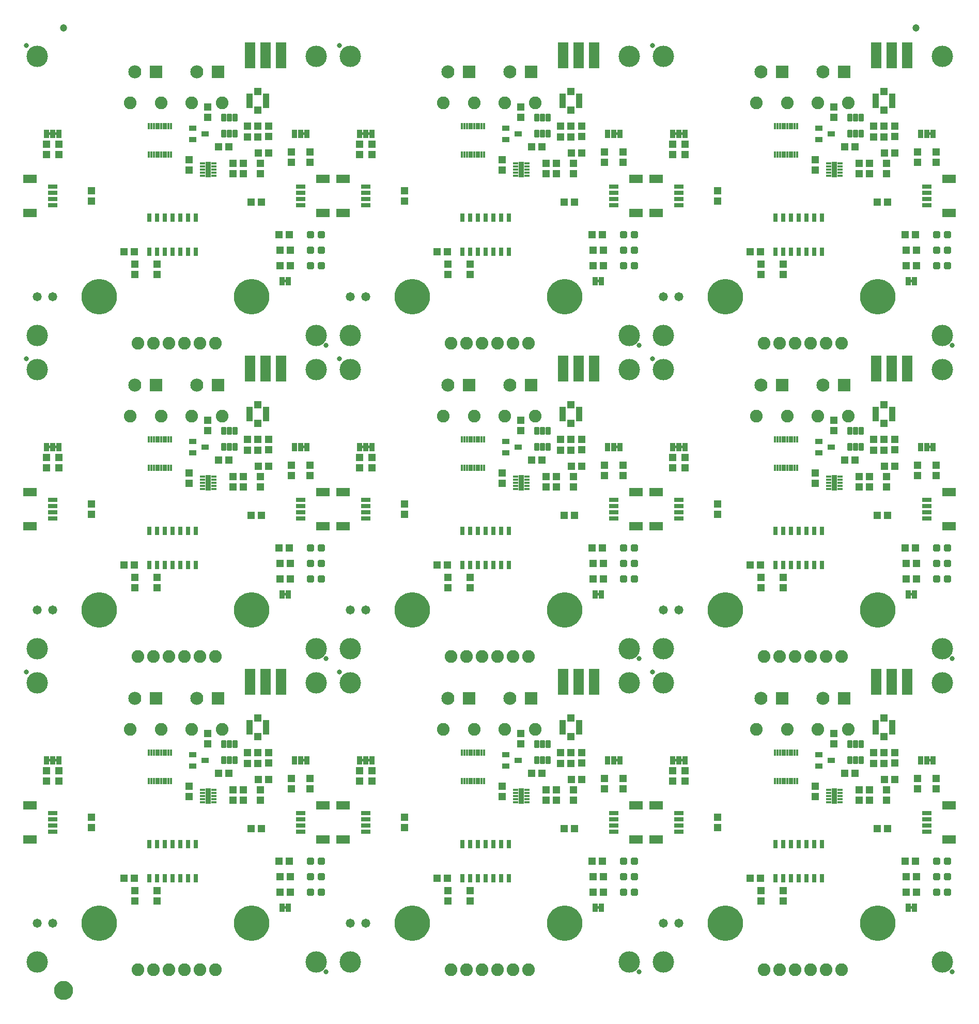
<source format=gts>
G75*
%MOIN*%
%OFA0B0*%
%FSLAX25Y25*%
%IPPOS*%
%LPD*%
%AMOC8*
5,1,8,0,0,1.08239X$1,22.5*
%
%ADD10C,0.13800*%
%ADD11C,0.03300*%
%ADD12R,0.08674X0.05524*%
%ADD13R,0.06115X0.03162*%
%ADD14C,0.08200*%
%ADD15R,0.05131X0.04737*%
%ADD16C,0.01990*%
%ADD17R,0.04737X0.05131*%
%ADD18R,0.03162X0.05524*%
%ADD19R,0.03300X0.05800*%
%ADD20C,0.00500*%
%ADD21C,0.08400*%
%ADD22R,0.08400X0.08400*%
%ADD23R,0.03600X0.01800*%
%ADD24R,0.03300X0.10200*%
%ADD25R,0.04146X0.09461*%
%ADD26R,0.04737X0.04934*%
%ADD27C,0.05800*%
%ADD28R,0.01706X0.04461*%
%ADD29C,0.22847*%
%ADD30C,0.01518*%
%ADD31R,0.05131X0.03359*%
%ADD32R,0.06706X0.16548*%
%ADD33C,0.04737*%
%ADD34C,0.05000*%
%ADD35C,0.06706*%
D10*
X0053342Y0038750D03*
X0233342Y0038750D03*
X0255342Y0038750D03*
X0435342Y0038750D03*
X0457342Y0038750D03*
X0637342Y0038750D03*
X0637342Y0218750D03*
X0637342Y0240750D03*
X0457342Y0240750D03*
X0435342Y0240750D03*
X0435342Y0218750D03*
X0457342Y0218750D03*
X0255342Y0218750D03*
X0255342Y0240750D03*
X0233342Y0240750D03*
X0233342Y0218750D03*
X0053342Y0218750D03*
X0053342Y0240750D03*
X0053342Y0420750D03*
X0053342Y0442750D03*
X0233342Y0442750D03*
X0255342Y0442750D03*
X0255342Y0420750D03*
X0233342Y0420750D03*
X0435342Y0420750D03*
X0457342Y0420750D03*
X0457342Y0442750D03*
X0435342Y0442750D03*
X0435342Y0622750D03*
X0457342Y0622750D03*
X0637342Y0622750D03*
X0637342Y0442750D03*
X0637342Y0420750D03*
X0255342Y0622750D03*
X0233342Y0622750D03*
X0053342Y0622750D03*
D11*
X0046342Y0629750D03*
X0248342Y0629750D03*
X0239842Y0436250D03*
X0248342Y0427750D03*
X0441842Y0436250D03*
X0450342Y0427750D03*
X0643842Y0436250D03*
X0450342Y0629750D03*
X0046342Y0427750D03*
X0239842Y0234250D03*
X0248342Y0225750D03*
X0441842Y0234250D03*
X0450342Y0225750D03*
X0643842Y0234250D03*
X0643842Y0032250D03*
X0441842Y0032250D03*
X0239842Y0032250D03*
X0046342Y0225750D03*
D12*
X0048873Y0139774D03*
X0048873Y0117726D03*
X0237810Y0117726D03*
X0250873Y0117726D03*
X0250873Y0139774D03*
X0237810Y0139774D03*
X0237810Y0319726D03*
X0250873Y0319726D03*
X0250873Y0341774D03*
X0237810Y0341774D03*
X0048873Y0341774D03*
X0048873Y0319726D03*
X0048873Y0521726D03*
X0048873Y0543774D03*
X0237810Y0543774D03*
X0250873Y0543774D03*
X0250873Y0521726D03*
X0237810Y0521726D03*
X0439810Y0521726D03*
X0452873Y0521726D03*
X0452873Y0543774D03*
X0439810Y0543774D03*
X0641810Y0543774D03*
X0641810Y0521726D03*
X0641810Y0341774D03*
X0641810Y0319726D03*
X0452873Y0319726D03*
X0439810Y0319726D03*
X0439810Y0341774D03*
X0452873Y0341774D03*
X0452873Y0139774D03*
X0439810Y0139774D03*
X0439810Y0117726D03*
X0452873Y0117726D03*
X0641810Y0117726D03*
X0641810Y0139774D03*
D13*
X0627342Y0134656D03*
X0627342Y0130719D03*
X0627342Y0126781D03*
X0627342Y0122844D03*
X0467342Y0122844D03*
X0467342Y0126781D03*
X0467342Y0130719D03*
X0467342Y0134656D03*
X0425342Y0134656D03*
X0425342Y0130719D03*
X0425342Y0126781D03*
X0425342Y0122844D03*
X0265342Y0122844D03*
X0265342Y0126781D03*
X0265342Y0130719D03*
X0265342Y0134656D03*
X0223342Y0134656D03*
X0223342Y0130719D03*
X0223342Y0126781D03*
X0223342Y0122844D03*
X0063342Y0122844D03*
X0063342Y0126781D03*
X0063342Y0130719D03*
X0063342Y0134656D03*
X0063342Y0324844D03*
X0063342Y0328781D03*
X0063342Y0332719D03*
X0063342Y0336656D03*
X0223342Y0336656D03*
X0223342Y0332719D03*
X0223342Y0328781D03*
X0223342Y0324844D03*
X0265342Y0324844D03*
X0265342Y0328781D03*
X0265342Y0332719D03*
X0265342Y0336656D03*
X0425342Y0336656D03*
X0425342Y0332719D03*
X0425342Y0328781D03*
X0425342Y0324844D03*
X0467342Y0324844D03*
X0467342Y0328781D03*
X0467342Y0332719D03*
X0467342Y0336656D03*
X0627342Y0336656D03*
X0627342Y0332719D03*
X0627342Y0328781D03*
X0627342Y0324844D03*
X0627342Y0526844D03*
X0627342Y0530781D03*
X0627342Y0534719D03*
X0627342Y0538656D03*
X0467342Y0538656D03*
X0467342Y0534719D03*
X0467342Y0530781D03*
X0467342Y0526844D03*
X0425342Y0526844D03*
X0425342Y0530781D03*
X0425342Y0534719D03*
X0425342Y0538656D03*
X0265342Y0538656D03*
X0265342Y0534719D03*
X0265342Y0530781D03*
X0265342Y0526844D03*
X0223342Y0526844D03*
X0223342Y0530781D03*
X0223342Y0534719D03*
X0223342Y0538656D03*
X0063342Y0538656D03*
X0063342Y0534719D03*
X0063342Y0530781D03*
X0063342Y0526844D03*
D14*
X0113592Y0592750D03*
X0133592Y0592750D03*
X0153092Y0592750D03*
X0172842Y0592750D03*
X0315592Y0592750D03*
X0335592Y0592750D03*
X0355092Y0592750D03*
X0374842Y0592750D03*
X0517592Y0592750D03*
X0537592Y0592750D03*
X0557092Y0592750D03*
X0576842Y0592750D03*
X0572342Y0437750D03*
X0562342Y0437750D03*
X0552342Y0437750D03*
X0542342Y0437750D03*
X0532342Y0437750D03*
X0522342Y0437750D03*
X0517592Y0390750D03*
X0537592Y0390750D03*
X0557092Y0390750D03*
X0576842Y0390750D03*
X0572342Y0235750D03*
X0562342Y0235750D03*
X0552342Y0235750D03*
X0542342Y0235750D03*
X0532342Y0235750D03*
X0522342Y0235750D03*
X0517592Y0188750D03*
X0537592Y0188750D03*
X0557092Y0188750D03*
X0576842Y0188750D03*
X0572342Y0033750D03*
X0562342Y0033750D03*
X0552342Y0033750D03*
X0542342Y0033750D03*
X0532342Y0033750D03*
X0522342Y0033750D03*
X0370342Y0033750D03*
X0360342Y0033750D03*
X0350342Y0033750D03*
X0340342Y0033750D03*
X0330342Y0033750D03*
X0320342Y0033750D03*
X0168342Y0033750D03*
X0158342Y0033750D03*
X0148342Y0033750D03*
X0138342Y0033750D03*
X0128342Y0033750D03*
X0118342Y0033750D03*
X0113592Y0188750D03*
X0133592Y0188750D03*
X0153092Y0188750D03*
X0172842Y0188750D03*
X0168342Y0235750D03*
X0158342Y0235750D03*
X0148342Y0235750D03*
X0138342Y0235750D03*
X0128342Y0235750D03*
X0118342Y0235750D03*
X0113592Y0390750D03*
X0133592Y0390750D03*
X0153092Y0390750D03*
X0172842Y0390750D03*
X0168342Y0437750D03*
X0158342Y0437750D03*
X0148342Y0437750D03*
X0138342Y0437750D03*
X0128342Y0437750D03*
X0118342Y0437750D03*
X0320342Y0437750D03*
X0330342Y0437750D03*
X0340342Y0437750D03*
X0350342Y0437750D03*
X0360342Y0437750D03*
X0370342Y0437750D03*
X0374842Y0390750D03*
X0355092Y0390750D03*
X0335592Y0390750D03*
X0315592Y0390750D03*
X0320342Y0235750D03*
X0330342Y0235750D03*
X0340342Y0235750D03*
X0350342Y0235750D03*
X0360342Y0235750D03*
X0370342Y0235750D03*
X0374842Y0188750D03*
X0355092Y0188750D03*
X0335592Y0188750D03*
X0315592Y0188750D03*
D15*
X0372495Y0160250D03*
X0379188Y0160250D03*
X0390995Y0166750D03*
X0397688Y0166750D03*
X0397688Y0173750D03*
X0390995Y0173750D03*
X0397995Y0156250D03*
X0404688Y0156250D03*
X0400188Y0124750D03*
X0393495Y0124750D03*
X0411495Y0103750D03*
X0418188Y0103750D03*
X0418688Y0093750D03*
X0411995Y0093750D03*
X0411995Y0083750D03*
X0418688Y0083750D03*
X0513495Y0092750D03*
X0520188Y0092750D03*
X0574495Y0160250D03*
X0581188Y0160250D03*
X0592995Y0166750D03*
X0599688Y0166750D03*
X0599688Y0173750D03*
X0592995Y0173750D03*
X0599995Y0156250D03*
X0606688Y0156250D03*
X0602188Y0124750D03*
X0595495Y0124750D03*
X0613495Y0103750D03*
X0620188Y0103750D03*
X0620688Y0093750D03*
X0613995Y0093750D03*
X0613995Y0083750D03*
X0620688Y0083750D03*
X0620688Y0285750D03*
X0613995Y0285750D03*
X0613995Y0295750D03*
X0620688Y0295750D03*
X0620188Y0305750D03*
X0613495Y0305750D03*
X0602188Y0326750D03*
X0595495Y0326750D03*
X0599995Y0358250D03*
X0606688Y0358250D03*
X0599688Y0368750D03*
X0592995Y0368750D03*
X0592995Y0375750D03*
X0599688Y0375750D03*
X0581188Y0362250D03*
X0574495Y0362250D03*
X0520188Y0294750D03*
X0513495Y0294750D03*
X0418688Y0295750D03*
X0411995Y0295750D03*
X0411495Y0305750D03*
X0418188Y0305750D03*
X0418688Y0285750D03*
X0411995Y0285750D03*
X0400188Y0326750D03*
X0393495Y0326750D03*
X0397995Y0358250D03*
X0404688Y0358250D03*
X0397688Y0368750D03*
X0390995Y0368750D03*
X0390995Y0375750D03*
X0397688Y0375750D03*
X0379188Y0362250D03*
X0372495Y0362250D03*
X0318188Y0294750D03*
X0311495Y0294750D03*
X0216688Y0295750D03*
X0209995Y0295750D03*
X0209495Y0305750D03*
X0216188Y0305750D03*
X0216688Y0285750D03*
X0209995Y0285750D03*
X0198188Y0326750D03*
X0191495Y0326750D03*
X0195995Y0358250D03*
X0202688Y0358250D03*
X0195688Y0368750D03*
X0188995Y0368750D03*
X0188995Y0375750D03*
X0195688Y0375750D03*
X0177188Y0362250D03*
X0170495Y0362250D03*
X0116188Y0294750D03*
X0109495Y0294750D03*
X0188995Y0173750D03*
X0195688Y0173750D03*
X0195688Y0166750D03*
X0188995Y0166750D03*
X0195995Y0156250D03*
X0202688Y0156250D03*
X0177188Y0160250D03*
X0170495Y0160250D03*
X0191495Y0124750D03*
X0198188Y0124750D03*
X0209495Y0103750D03*
X0216188Y0103750D03*
X0216688Y0093750D03*
X0209995Y0093750D03*
X0209995Y0083750D03*
X0216688Y0083750D03*
X0311495Y0092750D03*
X0318188Y0092750D03*
X0116188Y0092750D03*
X0109495Y0092750D03*
X0209995Y0487750D03*
X0216688Y0487750D03*
X0216688Y0497750D03*
X0209995Y0497750D03*
X0209495Y0507750D03*
X0216188Y0507750D03*
X0198188Y0528750D03*
X0191495Y0528750D03*
X0195995Y0560250D03*
X0202688Y0560250D03*
X0195688Y0570750D03*
X0188995Y0570750D03*
X0188995Y0577750D03*
X0195688Y0577750D03*
X0177188Y0564250D03*
X0170495Y0564250D03*
X0116188Y0496750D03*
X0109495Y0496750D03*
X0311495Y0496750D03*
X0318188Y0496750D03*
X0393495Y0528750D03*
X0400188Y0528750D03*
X0411495Y0507750D03*
X0418188Y0507750D03*
X0418688Y0497750D03*
X0411995Y0497750D03*
X0411995Y0487750D03*
X0418688Y0487750D03*
X0404688Y0560250D03*
X0397995Y0560250D03*
X0397688Y0570750D03*
X0390995Y0570750D03*
X0390995Y0577750D03*
X0397688Y0577750D03*
X0379188Y0564250D03*
X0372495Y0564250D03*
X0513495Y0496750D03*
X0520188Y0496750D03*
X0595495Y0528750D03*
X0602188Y0528750D03*
X0613495Y0507750D03*
X0620188Y0507750D03*
X0620688Y0497750D03*
X0613995Y0497750D03*
X0613995Y0487750D03*
X0620688Y0487750D03*
X0606688Y0560250D03*
X0599995Y0560250D03*
X0599688Y0570750D03*
X0592995Y0570750D03*
X0592995Y0577750D03*
X0599688Y0577750D03*
X0581188Y0564250D03*
X0574495Y0564250D03*
D16*
X0632516Y0509123D02*
X0632516Y0506377D01*
X0632516Y0509123D02*
X0635262Y0509123D01*
X0635262Y0506377D01*
X0632516Y0506377D01*
X0632516Y0508267D02*
X0635262Y0508267D01*
X0639422Y0509123D02*
X0639422Y0506377D01*
X0639422Y0509123D02*
X0642168Y0509123D01*
X0642168Y0506377D01*
X0639422Y0506377D01*
X0639422Y0508267D02*
X0642168Y0508267D01*
X0639422Y0499123D02*
X0639422Y0496377D01*
X0639422Y0499123D02*
X0642168Y0499123D01*
X0642168Y0496377D01*
X0639422Y0496377D01*
X0639422Y0498267D02*
X0642168Y0498267D01*
X0632516Y0499123D02*
X0632516Y0496377D01*
X0632516Y0499123D02*
X0635262Y0499123D01*
X0635262Y0496377D01*
X0632516Y0496377D01*
X0632516Y0498267D02*
X0635262Y0498267D01*
X0632516Y0489123D02*
X0632516Y0486377D01*
X0632516Y0489123D02*
X0635262Y0489123D01*
X0635262Y0486377D01*
X0632516Y0486377D01*
X0632516Y0488267D02*
X0635262Y0488267D01*
X0639422Y0489123D02*
X0639422Y0486377D01*
X0639422Y0489123D02*
X0642168Y0489123D01*
X0642168Y0486377D01*
X0639422Y0486377D01*
X0639422Y0488267D02*
X0642168Y0488267D01*
X0639422Y0307123D02*
X0639422Y0304377D01*
X0639422Y0307123D02*
X0642168Y0307123D01*
X0642168Y0304377D01*
X0639422Y0304377D01*
X0639422Y0306267D02*
X0642168Y0306267D01*
X0632516Y0307123D02*
X0632516Y0304377D01*
X0632516Y0307123D02*
X0635262Y0307123D01*
X0635262Y0304377D01*
X0632516Y0304377D01*
X0632516Y0306267D02*
X0635262Y0306267D01*
X0632516Y0297123D02*
X0632516Y0294377D01*
X0632516Y0297123D02*
X0635262Y0297123D01*
X0635262Y0294377D01*
X0632516Y0294377D01*
X0632516Y0296267D02*
X0635262Y0296267D01*
X0639422Y0297123D02*
X0639422Y0294377D01*
X0639422Y0297123D02*
X0642168Y0297123D01*
X0642168Y0294377D01*
X0639422Y0294377D01*
X0639422Y0296267D02*
X0642168Y0296267D01*
X0639422Y0287123D02*
X0639422Y0284377D01*
X0639422Y0287123D02*
X0642168Y0287123D01*
X0642168Y0284377D01*
X0639422Y0284377D01*
X0639422Y0286267D02*
X0642168Y0286267D01*
X0632516Y0287123D02*
X0632516Y0284377D01*
X0632516Y0287123D02*
X0635262Y0287123D01*
X0635262Y0284377D01*
X0632516Y0284377D01*
X0632516Y0286267D02*
X0635262Y0286267D01*
X0632516Y0105123D02*
X0632516Y0102377D01*
X0632516Y0105123D02*
X0635262Y0105123D01*
X0635262Y0102377D01*
X0632516Y0102377D01*
X0632516Y0104267D02*
X0635262Y0104267D01*
X0639422Y0105123D02*
X0639422Y0102377D01*
X0639422Y0105123D02*
X0642168Y0105123D01*
X0642168Y0102377D01*
X0639422Y0102377D01*
X0639422Y0104267D02*
X0642168Y0104267D01*
X0639422Y0095123D02*
X0639422Y0092377D01*
X0639422Y0095123D02*
X0642168Y0095123D01*
X0642168Y0092377D01*
X0639422Y0092377D01*
X0639422Y0094267D02*
X0642168Y0094267D01*
X0632516Y0095123D02*
X0632516Y0092377D01*
X0632516Y0095123D02*
X0635262Y0095123D01*
X0635262Y0092377D01*
X0632516Y0092377D01*
X0632516Y0094267D02*
X0635262Y0094267D01*
X0632516Y0085123D02*
X0632516Y0082377D01*
X0632516Y0085123D02*
X0635262Y0085123D01*
X0635262Y0082377D01*
X0632516Y0082377D01*
X0632516Y0084267D02*
X0635262Y0084267D01*
X0639422Y0085123D02*
X0639422Y0082377D01*
X0639422Y0085123D02*
X0642168Y0085123D01*
X0642168Y0082377D01*
X0639422Y0082377D01*
X0639422Y0084267D02*
X0642168Y0084267D01*
X0437422Y0085123D02*
X0437422Y0082377D01*
X0437422Y0085123D02*
X0440168Y0085123D01*
X0440168Y0082377D01*
X0437422Y0082377D01*
X0437422Y0084267D02*
X0440168Y0084267D01*
X0430516Y0085123D02*
X0430516Y0082377D01*
X0430516Y0085123D02*
X0433262Y0085123D01*
X0433262Y0082377D01*
X0430516Y0082377D01*
X0430516Y0084267D02*
X0433262Y0084267D01*
X0430516Y0092377D02*
X0430516Y0095123D01*
X0433262Y0095123D01*
X0433262Y0092377D01*
X0430516Y0092377D01*
X0430516Y0094267D02*
X0433262Y0094267D01*
X0437422Y0095123D02*
X0437422Y0092377D01*
X0437422Y0095123D02*
X0440168Y0095123D01*
X0440168Y0092377D01*
X0437422Y0092377D01*
X0437422Y0094267D02*
X0440168Y0094267D01*
X0437422Y0102377D02*
X0437422Y0105123D01*
X0440168Y0105123D01*
X0440168Y0102377D01*
X0437422Y0102377D01*
X0437422Y0104267D02*
X0440168Y0104267D01*
X0430516Y0105123D02*
X0430516Y0102377D01*
X0430516Y0105123D02*
X0433262Y0105123D01*
X0433262Y0102377D01*
X0430516Y0102377D01*
X0430516Y0104267D02*
X0433262Y0104267D01*
X0430516Y0284377D02*
X0430516Y0287123D01*
X0433262Y0287123D01*
X0433262Y0284377D01*
X0430516Y0284377D01*
X0430516Y0286267D02*
X0433262Y0286267D01*
X0437422Y0287123D02*
X0437422Y0284377D01*
X0437422Y0287123D02*
X0440168Y0287123D01*
X0440168Y0284377D01*
X0437422Y0284377D01*
X0437422Y0286267D02*
X0440168Y0286267D01*
X0437422Y0294377D02*
X0437422Y0297123D01*
X0440168Y0297123D01*
X0440168Y0294377D01*
X0437422Y0294377D01*
X0437422Y0296267D02*
X0440168Y0296267D01*
X0430516Y0297123D02*
X0430516Y0294377D01*
X0430516Y0297123D02*
X0433262Y0297123D01*
X0433262Y0294377D01*
X0430516Y0294377D01*
X0430516Y0296267D02*
X0433262Y0296267D01*
X0430516Y0304377D02*
X0430516Y0307123D01*
X0433262Y0307123D01*
X0433262Y0304377D01*
X0430516Y0304377D01*
X0430516Y0306267D02*
X0433262Y0306267D01*
X0437422Y0307123D02*
X0437422Y0304377D01*
X0437422Y0307123D02*
X0440168Y0307123D01*
X0440168Y0304377D01*
X0437422Y0304377D01*
X0437422Y0306267D02*
X0440168Y0306267D01*
X0437422Y0486377D02*
X0437422Y0489123D01*
X0440168Y0489123D01*
X0440168Y0486377D01*
X0437422Y0486377D01*
X0437422Y0488267D02*
X0440168Y0488267D01*
X0430516Y0489123D02*
X0430516Y0486377D01*
X0430516Y0489123D02*
X0433262Y0489123D01*
X0433262Y0486377D01*
X0430516Y0486377D01*
X0430516Y0488267D02*
X0433262Y0488267D01*
X0430516Y0496377D02*
X0430516Y0499123D01*
X0433262Y0499123D01*
X0433262Y0496377D01*
X0430516Y0496377D01*
X0430516Y0498267D02*
X0433262Y0498267D01*
X0437422Y0499123D02*
X0437422Y0496377D01*
X0437422Y0499123D02*
X0440168Y0499123D01*
X0440168Y0496377D01*
X0437422Y0496377D01*
X0437422Y0498267D02*
X0440168Y0498267D01*
X0437422Y0506377D02*
X0437422Y0509123D01*
X0440168Y0509123D01*
X0440168Y0506377D01*
X0437422Y0506377D01*
X0437422Y0508267D02*
X0440168Y0508267D01*
X0430516Y0509123D02*
X0430516Y0506377D01*
X0430516Y0509123D02*
X0433262Y0509123D01*
X0433262Y0506377D01*
X0430516Y0506377D01*
X0430516Y0508267D02*
X0433262Y0508267D01*
X0235422Y0509123D02*
X0235422Y0506377D01*
X0235422Y0509123D02*
X0238168Y0509123D01*
X0238168Y0506377D01*
X0235422Y0506377D01*
X0235422Y0508267D02*
X0238168Y0508267D01*
X0228516Y0509123D02*
X0228516Y0506377D01*
X0228516Y0509123D02*
X0231262Y0509123D01*
X0231262Y0506377D01*
X0228516Y0506377D01*
X0228516Y0508267D02*
X0231262Y0508267D01*
X0228516Y0499123D02*
X0228516Y0496377D01*
X0228516Y0499123D02*
X0231262Y0499123D01*
X0231262Y0496377D01*
X0228516Y0496377D01*
X0228516Y0498267D02*
X0231262Y0498267D01*
X0235422Y0499123D02*
X0235422Y0496377D01*
X0235422Y0499123D02*
X0238168Y0499123D01*
X0238168Y0496377D01*
X0235422Y0496377D01*
X0235422Y0498267D02*
X0238168Y0498267D01*
X0235422Y0489123D02*
X0235422Y0486377D01*
X0235422Y0489123D02*
X0238168Y0489123D01*
X0238168Y0486377D01*
X0235422Y0486377D01*
X0235422Y0488267D02*
X0238168Y0488267D01*
X0228516Y0489123D02*
X0228516Y0486377D01*
X0228516Y0489123D02*
X0231262Y0489123D01*
X0231262Y0486377D01*
X0228516Y0486377D01*
X0228516Y0488267D02*
X0231262Y0488267D01*
X0228516Y0307123D02*
X0228516Y0304377D01*
X0228516Y0307123D02*
X0231262Y0307123D01*
X0231262Y0304377D01*
X0228516Y0304377D01*
X0228516Y0306267D02*
X0231262Y0306267D01*
X0235422Y0307123D02*
X0235422Y0304377D01*
X0235422Y0307123D02*
X0238168Y0307123D01*
X0238168Y0304377D01*
X0235422Y0304377D01*
X0235422Y0306267D02*
X0238168Y0306267D01*
X0235422Y0297123D02*
X0235422Y0294377D01*
X0235422Y0297123D02*
X0238168Y0297123D01*
X0238168Y0294377D01*
X0235422Y0294377D01*
X0235422Y0296267D02*
X0238168Y0296267D01*
X0228516Y0297123D02*
X0228516Y0294377D01*
X0228516Y0297123D02*
X0231262Y0297123D01*
X0231262Y0294377D01*
X0228516Y0294377D01*
X0228516Y0296267D02*
X0231262Y0296267D01*
X0228516Y0287123D02*
X0228516Y0284377D01*
X0228516Y0287123D02*
X0231262Y0287123D01*
X0231262Y0284377D01*
X0228516Y0284377D01*
X0228516Y0286267D02*
X0231262Y0286267D01*
X0235422Y0287123D02*
X0235422Y0284377D01*
X0235422Y0287123D02*
X0238168Y0287123D01*
X0238168Y0284377D01*
X0235422Y0284377D01*
X0235422Y0286267D02*
X0238168Y0286267D01*
X0235422Y0105123D02*
X0235422Y0102377D01*
X0235422Y0105123D02*
X0238168Y0105123D01*
X0238168Y0102377D01*
X0235422Y0102377D01*
X0235422Y0104267D02*
X0238168Y0104267D01*
X0228516Y0105123D02*
X0228516Y0102377D01*
X0228516Y0105123D02*
X0231262Y0105123D01*
X0231262Y0102377D01*
X0228516Y0102377D01*
X0228516Y0104267D02*
X0231262Y0104267D01*
X0228516Y0095123D02*
X0228516Y0092377D01*
X0228516Y0095123D02*
X0231262Y0095123D01*
X0231262Y0092377D01*
X0228516Y0092377D01*
X0228516Y0094267D02*
X0231262Y0094267D01*
X0235422Y0095123D02*
X0235422Y0092377D01*
X0235422Y0095123D02*
X0238168Y0095123D01*
X0238168Y0092377D01*
X0235422Y0092377D01*
X0235422Y0094267D02*
X0238168Y0094267D01*
X0235422Y0085123D02*
X0235422Y0082377D01*
X0235422Y0085123D02*
X0238168Y0085123D01*
X0238168Y0082377D01*
X0235422Y0082377D01*
X0235422Y0084267D02*
X0238168Y0084267D01*
X0228516Y0085123D02*
X0228516Y0082377D01*
X0228516Y0085123D02*
X0231262Y0085123D01*
X0231262Y0082377D01*
X0228516Y0082377D01*
X0228516Y0084267D02*
X0231262Y0084267D01*
D17*
X0197342Y0142904D03*
X0197342Y0149596D03*
X0186342Y0149596D03*
X0179842Y0149596D03*
X0179842Y0142904D03*
X0186342Y0142904D03*
X0202842Y0166904D03*
X0202842Y0173596D03*
X0217342Y0157096D03*
X0217342Y0150404D03*
X0229342Y0150404D03*
X0229342Y0157096D03*
X0261342Y0155404D03*
X0261342Y0162096D03*
X0269342Y0162096D03*
X0269342Y0155404D03*
X0290342Y0132096D03*
X0290342Y0125404D03*
X0318342Y0084596D03*
X0318342Y0077904D03*
X0332842Y0077904D03*
X0332842Y0084596D03*
X0353342Y0145404D03*
X0353342Y0152096D03*
X0381842Y0149596D03*
X0388342Y0149596D03*
X0388342Y0142904D03*
X0381842Y0142904D03*
X0399342Y0142904D03*
X0399342Y0149596D03*
X0404842Y0166904D03*
X0404842Y0173596D03*
X0419342Y0157096D03*
X0419342Y0150404D03*
X0431342Y0150404D03*
X0431342Y0157096D03*
X0463342Y0155404D03*
X0463342Y0162096D03*
X0471342Y0162096D03*
X0471342Y0155404D03*
X0492342Y0132096D03*
X0492342Y0125404D03*
X0520342Y0084596D03*
X0520342Y0077904D03*
X0534842Y0077904D03*
X0534842Y0084596D03*
X0555342Y0145404D03*
X0555342Y0152096D03*
X0583842Y0149596D03*
X0590342Y0149596D03*
X0590342Y0142904D03*
X0583842Y0142904D03*
X0601342Y0142904D03*
X0601342Y0149596D03*
X0606842Y0166904D03*
X0606842Y0173596D03*
X0621342Y0157096D03*
X0621342Y0150404D03*
X0633342Y0150404D03*
X0633342Y0157096D03*
X0567342Y0179404D03*
X0567342Y0186096D03*
X0534842Y0279904D03*
X0534842Y0286596D03*
X0520342Y0286596D03*
X0520342Y0279904D03*
X0492342Y0327404D03*
X0492342Y0334096D03*
X0471342Y0357404D03*
X0471342Y0364096D03*
X0463342Y0364096D03*
X0463342Y0357404D03*
X0431342Y0359096D03*
X0431342Y0352404D03*
X0419342Y0352404D03*
X0419342Y0359096D03*
X0404842Y0368904D03*
X0404842Y0375596D03*
X0399342Y0351596D03*
X0399342Y0344904D03*
X0388342Y0344904D03*
X0381842Y0344904D03*
X0381842Y0351596D03*
X0388342Y0351596D03*
X0353342Y0354096D03*
X0353342Y0347404D03*
X0365342Y0381404D03*
X0365342Y0388096D03*
X0290342Y0334096D03*
X0290342Y0327404D03*
X0269342Y0357404D03*
X0269342Y0364096D03*
X0261342Y0364096D03*
X0261342Y0357404D03*
X0229342Y0359096D03*
X0229342Y0352404D03*
X0217342Y0352404D03*
X0217342Y0359096D03*
X0202842Y0368904D03*
X0202842Y0375596D03*
X0197342Y0351596D03*
X0197342Y0344904D03*
X0186342Y0344904D03*
X0179842Y0344904D03*
X0179842Y0351596D03*
X0186342Y0351596D03*
X0151342Y0354096D03*
X0151342Y0347404D03*
X0163342Y0381404D03*
X0163342Y0388096D03*
X0088342Y0334096D03*
X0088342Y0327404D03*
X0067342Y0357404D03*
X0067342Y0364096D03*
X0059342Y0364096D03*
X0059342Y0357404D03*
X0116342Y0286596D03*
X0116342Y0279904D03*
X0130842Y0279904D03*
X0130842Y0286596D03*
X0163342Y0186096D03*
X0163342Y0179404D03*
X0151342Y0152096D03*
X0151342Y0145404D03*
X0130842Y0084596D03*
X0130842Y0077904D03*
X0116342Y0077904D03*
X0116342Y0084596D03*
X0088342Y0125404D03*
X0088342Y0132096D03*
X0067342Y0155404D03*
X0067342Y0162096D03*
X0059342Y0162096D03*
X0059342Y0155404D03*
X0318342Y0279904D03*
X0318342Y0286596D03*
X0332842Y0286596D03*
X0332842Y0279904D03*
X0365342Y0186096D03*
X0365342Y0179404D03*
X0555342Y0347404D03*
X0555342Y0354096D03*
X0583842Y0351596D03*
X0590342Y0351596D03*
X0590342Y0344904D03*
X0583842Y0344904D03*
X0601342Y0344904D03*
X0601342Y0351596D03*
X0606842Y0368904D03*
X0606842Y0375596D03*
X0621342Y0359096D03*
X0621342Y0352404D03*
X0633342Y0352404D03*
X0633342Y0359096D03*
X0567342Y0381404D03*
X0567342Y0388096D03*
X0534842Y0481904D03*
X0534842Y0488596D03*
X0520342Y0488596D03*
X0520342Y0481904D03*
X0492342Y0529404D03*
X0492342Y0536096D03*
X0471342Y0559404D03*
X0471342Y0566096D03*
X0463342Y0566096D03*
X0463342Y0559404D03*
X0431342Y0561096D03*
X0431342Y0554404D03*
X0419342Y0554404D03*
X0419342Y0561096D03*
X0404842Y0570904D03*
X0404842Y0577596D03*
X0399342Y0553596D03*
X0399342Y0546904D03*
X0388342Y0546904D03*
X0381842Y0546904D03*
X0381842Y0553596D03*
X0388342Y0553596D03*
X0353342Y0556096D03*
X0353342Y0549404D03*
X0365342Y0583404D03*
X0365342Y0590096D03*
X0290342Y0536096D03*
X0290342Y0529404D03*
X0269342Y0559404D03*
X0269342Y0566096D03*
X0261342Y0566096D03*
X0261342Y0559404D03*
X0229342Y0561096D03*
X0229342Y0554404D03*
X0217342Y0554404D03*
X0217342Y0561096D03*
X0202842Y0570904D03*
X0202842Y0577596D03*
X0197342Y0553596D03*
X0197342Y0546904D03*
X0186342Y0546904D03*
X0179842Y0546904D03*
X0179842Y0553596D03*
X0186342Y0553596D03*
X0151342Y0556096D03*
X0151342Y0549404D03*
X0163342Y0583404D03*
X0163342Y0590096D03*
X0088342Y0536096D03*
X0088342Y0529404D03*
X0067342Y0559404D03*
X0067342Y0566096D03*
X0059342Y0566096D03*
X0059342Y0559404D03*
X0116342Y0488596D03*
X0116342Y0481904D03*
X0130842Y0481904D03*
X0130842Y0488596D03*
X0318342Y0488596D03*
X0318342Y0481904D03*
X0332842Y0481904D03*
X0332842Y0488596D03*
X0555342Y0549404D03*
X0555342Y0556096D03*
X0583842Y0553596D03*
X0590342Y0553596D03*
X0590342Y0546904D03*
X0583842Y0546904D03*
X0601342Y0546904D03*
X0601342Y0553596D03*
X0621342Y0554404D03*
X0621342Y0561096D03*
X0633342Y0561096D03*
X0633342Y0554404D03*
X0606842Y0570904D03*
X0606842Y0577596D03*
X0567342Y0583404D03*
X0567342Y0590096D03*
D18*
X0559842Y0518774D03*
X0554842Y0518774D03*
X0549842Y0518774D03*
X0544842Y0518774D03*
X0539842Y0518774D03*
X0534842Y0518774D03*
X0529842Y0518774D03*
X0529842Y0496726D03*
X0534842Y0496726D03*
X0539842Y0496726D03*
X0544842Y0496726D03*
X0549842Y0496726D03*
X0554842Y0496726D03*
X0559842Y0496726D03*
X0559842Y0316774D03*
X0554842Y0316774D03*
X0549842Y0316774D03*
X0544842Y0316774D03*
X0539842Y0316774D03*
X0534842Y0316774D03*
X0529842Y0316774D03*
X0529842Y0294726D03*
X0534842Y0294726D03*
X0539842Y0294726D03*
X0544842Y0294726D03*
X0549842Y0294726D03*
X0554842Y0294726D03*
X0559842Y0294726D03*
X0559842Y0114774D03*
X0554842Y0114774D03*
X0549842Y0114774D03*
X0544842Y0114774D03*
X0539842Y0114774D03*
X0534842Y0114774D03*
X0529842Y0114774D03*
X0529842Y0092726D03*
X0534842Y0092726D03*
X0539842Y0092726D03*
X0544842Y0092726D03*
X0549842Y0092726D03*
X0554842Y0092726D03*
X0559842Y0092726D03*
X0357842Y0092726D03*
X0352842Y0092726D03*
X0347842Y0092726D03*
X0342842Y0092726D03*
X0337842Y0092726D03*
X0332842Y0092726D03*
X0327842Y0092726D03*
X0327842Y0114774D03*
X0332842Y0114774D03*
X0337842Y0114774D03*
X0342842Y0114774D03*
X0347842Y0114774D03*
X0352842Y0114774D03*
X0357842Y0114774D03*
X0357842Y0294726D03*
X0352842Y0294726D03*
X0347842Y0294726D03*
X0342842Y0294726D03*
X0337842Y0294726D03*
X0332842Y0294726D03*
X0327842Y0294726D03*
X0327842Y0316774D03*
X0332842Y0316774D03*
X0337842Y0316774D03*
X0342842Y0316774D03*
X0347842Y0316774D03*
X0352842Y0316774D03*
X0357842Y0316774D03*
X0357842Y0496726D03*
X0352842Y0496726D03*
X0347842Y0496726D03*
X0342842Y0496726D03*
X0337842Y0496726D03*
X0332842Y0496726D03*
X0327842Y0496726D03*
X0327842Y0518774D03*
X0332842Y0518774D03*
X0337842Y0518774D03*
X0342842Y0518774D03*
X0347842Y0518774D03*
X0352842Y0518774D03*
X0357842Y0518774D03*
X0155842Y0518774D03*
X0150842Y0518774D03*
X0145842Y0518774D03*
X0140842Y0518774D03*
X0135842Y0518774D03*
X0130842Y0518774D03*
X0125842Y0518774D03*
X0125842Y0496726D03*
X0130842Y0496726D03*
X0135842Y0496726D03*
X0140842Y0496726D03*
X0145842Y0496726D03*
X0150842Y0496726D03*
X0155842Y0496726D03*
X0155842Y0316774D03*
X0150842Y0316774D03*
X0145842Y0316774D03*
X0140842Y0316774D03*
X0135842Y0316774D03*
X0130842Y0316774D03*
X0125842Y0316774D03*
X0125842Y0294726D03*
X0130842Y0294726D03*
X0135842Y0294726D03*
X0140842Y0294726D03*
X0145842Y0294726D03*
X0150842Y0294726D03*
X0155842Y0294726D03*
X0155842Y0114774D03*
X0150842Y0114774D03*
X0145842Y0114774D03*
X0140842Y0114774D03*
X0135842Y0114774D03*
X0130842Y0114774D03*
X0125842Y0114774D03*
X0125842Y0092726D03*
X0130842Y0092726D03*
X0135842Y0092726D03*
X0140842Y0092726D03*
X0145842Y0092726D03*
X0150842Y0092726D03*
X0155842Y0092726D03*
D19*
X0211342Y0073750D03*
X0215342Y0073750D03*
X0219342Y0168750D03*
X0223342Y0168750D03*
X0227342Y0168750D03*
X0261342Y0168750D03*
X0265342Y0168750D03*
X0269342Y0168750D03*
X0215342Y0275750D03*
X0211342Y0275750D03*
X0219342Y0370750D03*
X0223342Y0370750D03*
X0227342Y0370750D03*
X0261342Y0370750D03*
X0265342Y0370750D03*
X0269342Y0370750D03*
X0215342Y0477750D03*
X0211342Y0477750D03*
X0219342Y0572750D03*
X0223342Y0572750D03*
X0227342Y0572750D03*
X0261342Y0572750D03*
X0265342Y0572750D03*
X0269342Y0572750D03*
X0413342Y0477750D03*
X0417342Y0477750D03*
X0421342Y0572750D03*
X0425342Y0572750D03*
X0429342Y0572750D03*
X0463342Y0572750D03*
X0467342Y0572750D03*
X0471342Y0572750D03*
X0615342Y0477750D03*
X0619342Y0477750D03*
X0623342Y0572750D03*
X0627342Y0572750D03*
X0631342Y0572750D03*
X0631342Y0370750D03*
X0627342Y0370750D03*
X0623342Y0370750D03*
X0619342Y0275750D03*
X0615342Y0275750D03*
X0623342Y0168750D03*
X0627342Y0168750D03*
X0631342Y0168750D03*
X0619342Y0073750D03*
X0615342Y0073750D03*
X0471342Y0168750D03*
X0467342Y0168750D03*
X0463342Y0168750D03*
X0429342Y0168750D03*
X0425342Y0168750D03*
X0421342Y0168750D03*
X0417342Y0073750D03*
X0413342Y0073750D03*
X0413342Y0275750D03*
X0417342Y0275750D03*
X0421342Y0370750D03*
X0425342Y0370750D03*
X0429342Y0370750D03*
X0463342Y0370750D03*
X0467342Y0370750D03*
X0471342Y0370750D03*
X0067342Y0370750D03*
X0063342Y0370750D03*
X0059342Y0370750D03*
X0059342Y0168750D03*
X0063342Y0168750D03*
X0067342Y0168750D03*
X0067342Y0572750D03*
X0063342Y0572750D03*
X0059342Y0572750D03*
D20*
X0060592Y0572626D02*
X0062092Y0572626D01*
X0062092Y0572250D02*
X0062092Y0573250D01*
X0060592Y0573250D01*
X0060592Y0572250D01*
X0062092Y0572250D01*
X0062092Y0573124D02*
X0060592Y0573124D01*
X0064592Y0573124D02*
X0066092Y0573124D01*
X0066092Y0573250D02*
X0066092Y0572250D01*
X0064592Y0572250D01*
X0064592Y0573250D01*
X0066092Y0573250D01*
X0066092Y0572626D02*
X0064592Y0572626D01*
X0212592Y0478250D02*
X0212592Y0477250D01*
X0214092Y0477250D01*
X0214092Y0478250D01*
X0212592Y0478250D01*
X0212592Y0477909D02*
X0214092Y0477909D01*
X0214092Y0477410D02*
X0212592Y0477410D01*
X0224592Y0572250D02*
X0224592Y0573250D01*
X0226092Y0573250D01*
X0226092Y0572250D01*
X0224592Y0572250D01*
X0224592Y0572626D02*
X0226092Y0572626D01*
X0226092Y0573124D02*
X0224592Y0573124D01*
X0262592Y0573124D02*
X0264092Y0573124D01*
X0264092Y0573250D02*
X0264092Y0572250D01*
X0262592Y0572250D01*
X0262592Y0573250D01*
X0264092Y0573250D01*
X0264092Y0572626D02*
X0262592Y0572626D01*
X0266592Y0572626D02*
X0268092Y0572626D01*
X0268092Y0572250D02*
X0268092Y0573250D01*
X0266592Y0573250D01*
X0266592Y0572250D01*
X0268092Y0572250D01*
X0268092Y0573124D02*
X0266592Y0573124D01*
X0414592Y0478250D02*
X0414592Y0477250D01*
X0416092Y0477250D01*
X0416092Y0478250D01*
X0414592Y0478250D01*
X0414592Y0477909D02*
X0416092Y0477909D01*
X0416092Y0477410D02*
X0414592Y0477410D01*
X0426592Y0572250D02*
X0426592Y0573250D01*
X0428092Y0573250D01*
X0428092Y0572250D01*
X0426592Y0572250D01*
X0426592Y0572626D02*
X0428092Y0572626D01*
X0428092Y0573124D02*
X0426592Y0573124D01*
X0464592Y0573124D02*
X0466092Y0573124D01*
X0466092Y0573250D02*
X0466092Y0572250D01*
X0464592Y0572250D01*
X0464592Y0573250D01*
X0466092Y0573250D01*
X0466092Y0572626D02*
X0464592Y0572626D01*
X0468592Y0572626D02*
X0470092Y0572626D01*
X0470092Y0572250D02*
X0470092Y0573250D01*
X0468592Y0573250D01*
X0468592Y0572250D01*
X0470092Y0572250D01*
X0470092Y0573124D02*
X0468592Y0573124D01*
X0616592Y0478250D02*
X0616592Y0477250D01*
X0618092Y0477250D01*
X0618092Y0478250D01*
X0616592Y0478250D01*
X0616592Y0477909D02*
X0618092Y0477909D01*
X0618092Y0477410D02*
X0616592Y0477410D01*
X0628592Y0572250D02*
X0628592Y0573250D01*
X0630092Y0573250D01*
X0630092Y0572250D01*
X0628592Y0572250D01*
X0628592Y0572626D02*
X0630092Y0572626D01*
X0630092Y0573124D02*
X0628592Y0573124D01*
X0628592Y0371250D02*
X0628592Y0370250D01*
X0630092Y0370250D01*
X0630092Y0371250D01*
X0628592Y0371250D01*
X0628592Y0371227D02*
X0630092Y0371227D01*
X0630092Y0370729D02*
X0628592Y0370729D01*
X0618092Y0276250D02*
X0618092Y0275250D01*
X0616592Y0275250D01*
X0616592Y0276250D01*
X0618092Y0276250D01*
X0618092Y0276012D02*
X0616592Y0276012D01*
X0616592Y0275513D02*
X0618092Y0275513D01*
X0628592Y0169250D02*
X0628592Y0168250D01*
X0630092Y0168250D01*
X0630092Y0169250D01*
X0628592Y0169250D01*
X0628592Y0168832D02*
X0630092Y0168832D01*
X0630092Y0168333D02*
X0628592Y0168333D01*
X0618092Y0074250D02*
X0618092Y0073250D01*
X0616592Y0073250D01*
X0616592Y0074250D01*
X0618092Y0074250D01*
X0618092Y0074115D02*
X0616592Y0074115D01*
X0616592Y0073616D02*
X0618092Y0073616D01*
X0470092Y0168250D02*
X0470092Y0169250D01*
X0468592Y0169250D01*
X0468592Y0168250D01*
X0470092Y0168250D01*
X0470092Y0168333D02*
X0468592Y0168333D01*
X0468592Y0168832D02*
X0470092Y0168832D01*
X0466092Y0168832D02*
X0464592Y0168832D01*
X0464592Y0169250D02*
X0466092Y0169250D01*
X0466092Y0168250D01*
X0464592Y0168250D01*
X0464592Y0169250D01*
X0464592Y0168333D02*
X0466092Y0168333D01*
X0428092Y0168333D02*
X0426592Y0168333D01*
X0426592Y0168250D02*
X0426592Y0169250D01*
X0428092Y0169250D01*
X0428092Y0168250D01*
X0426592Y0168250D01*
X0426592Y0168832D02*
X0428092Y0168832D01*
X0416092Y0074250D02*
X0416092Y0073250D01*
X0414592Y0073250D01*
X0414592Y0074250D01*
X0416092Y0074250D01*
X0416092Y0074115D02*
X0414592Y0074115D01*
X0414592Y0073616D02*
X0416092Y0073616D01*
X0268092Y0168250D02*
X0268092Y0169250D01*
X0266592Y0169250D01*
X0266592Y0168250D01*
X0268092Y0168250D01*
X0268092Y0168333D02*
X0266592Y0168333D01*
X0266592Y0168832D02*
X0268092Y0168832D01*
X0264092Y0168832D02*
X0262592Y0168832D01*
X0262592Y0169250D02*
X0264092Y0169250D01*
X0264092Y0168250D01*
X0262592Y0168250D01*
X0262592Y0169250D01*
X0262592Y0168333D02*
X0264092Y0168333D01*
X0226092Y0168333D02*
X0224592Y0168333D01*
X0224592Y0168250D02*
X0224592Y0169250D01*
X0226092Y0169250D01*
X0226092Y0168250D01*
X0224592Y0168250D01*
X0224592Y0168832D02*
X0226092Y0168832D01*
X0214092Y0074250D02*
X0214092Y0073250D01*
X0212592Y0073250D01*
X0212592Y0074250D01*
X0214092Y0074250D01*
X0214092Y0074115D02*
X0212592Y0074115D01*
X0212592Y0073616D02*
X0214092Y0073616D01*
X0066092Y0168250D02*
X0066092Y0169250D01*
X0064592Y0169250D01*
X0064592Y0168250D01*
X0066092Y0168250D01*
X0066092Y0168333D02*
X0064592Y0168333D01*
X0064592Y0168832D02*
X0066092Y0168832D01*
X0062092Y0168832D02*
X0060592Y0168832D01*
X0060592Y0169250D02*
X0062092Y0169250D01*
X0062092Y0168250D01*
X0060592Y0168250D01*
X0060592Y0169250D01*
X0060592Y0168333D02*
X0062092Y0168333D01*
X0212592Y0275250D02*
X0212592Y0276250D01*
X0214092Y0276250D01*
X0214092Y0275250D01*
X0212592Y0275250D01*
X0212592Y0275513D02*
X0214092Y0275513D01*
X0214092Y0276012D02*
X0212592Y0276012D01*
X0224592Y0370250D02*
X0224592Y0371250D01*
X0226092Y0371250D01*
X0226092Y0370250D01*
X0224592Y0370250D01*
X0224592Y0370729D02*
X0226092Y0370729D01*
X0226092Y0371227D02*
X0224592Y0371227D01*
X0262592Y0371227D02*
X0264092Y0371227D01*
X0264092Y0371250D02*
X0264092Y0370250D01*
X0262592Y0370250D01*
X0262592Y0371250D01*
X0264092Y0371250D01*
X0264092Y0370729D02*
X0262592Y0370729D01*
X0266592Y0370729D02*
X0268092Y0370729D01*
X0268092Y0370250D02*
X0268092Y0371250D01*
X0266592Y0371250D01*
X0266592Y0370250D01*
X0268092Y0370250D01*
X0268092Y0371227D02*
X0266592Y0371227D01*
X0414592Y0276250D02*
X0414592Y0275250D01*
X0416092Y0275250D01*
X0416092Y0276250D01*
X0414592Y0276250D01*
X0414592Y0276012D02*
X0416092Y0276012D01*
X0416092Y0275513D02*
X0414592Y0275513D01*
X0426592Y0370250D02*
X0426592Y0371250D01*
X0428092Y0371250D01*
X0428092Y0370250D01*
X0426592Y0370250D01*
X0426592Y0370729D02*
X0428092Y0370729D01*
X0428092Y0371227D02*
X0426592Y0371227D01*
X0464592Y0371227D02*
X0466092Y0371227D01*
X0466092Y0371250D02*
X0466092Y0370250D01*
X0464592Y0370250D01*
X0464592Y0371250D01*
X0466092Y0371250D01*
X0466092Y0370729D02*
X0464592Y0370729D01*
X0468592Y0370729D02*
X0470092Y0370729D01*
X0470092Y0370250D02*
X0470092Y0371250D01*
X0468592Y0371250D01*
X0468592Y0370250D01*
X0470092Y0370250D01*
X0470092Y0371227D02*
X0468592Y0371227D01*
X0066092Y0371227D02*
X0064592Y0371227D01*
X0064592Y0371250D02*
X0066092Y0371250D01*
X0066092Y0370250D01*
X0064592Y0370250D01*
X0064592Y0371250D01*
X0064592Y0370729D02*
X0066092Y0370729D01*
X0062092Y0370729D02*
X0060592Y0370729D01*
X0060592Y0370250D02*
X0060592Y0371250D01*
X0062092Y0371250D01*
X0062092Y0370250D01*
X0060592Y0370250D01*
X0060592Y0371227D02*
X0062092Y0371227D01*
D21*
X0116452Y0410750D03*
X0156452Y0410750D03*
X0318452Y0410750D03*
X0358452Y0410750D03*
X0520452Y0410750D03*
X0560452Y0410750D03*
X0560452Y0208750D03*
X0520452Y0208750D03*
X0358452Y0208750D03*
X0318452Y0208750D03*
X0156452Y0208750D03*
X0116452Y0208750D03*
X0116452Y0612750D03*
X0156452Y0612750D03*
X0318452Y0612750D03*
X0358452Y0612750D03*
X0520452Y0612750D03*
X0560452Y0612750D03*
D22*
X0574232Y0612750D03*
X0534232Y0612750D03*
X0372232Y0612750D03*
X0332232Y0612750D03*
X0170232Y0612750D03*
X0130232Y0612750D03*
X0130232Y0410750D03*
X0170232Y0410750D03*
X0332232Y0410750D03*
X0372232Y0410750D03*
X0534232Y0410750D03*
X0574232Y0410750D03*
X0574232Y0208750D03*
X0534232Y0208750D03*
X0372232Y0208750D03*
X0332232Y0208750D03*
X0170232Y0208750D03*
X0130232Y0208750D03*
D23*
X0160142Y0149650D03*
X0160142Y0147750D03*
X0160142Y0145750D03*
X0160142Y0143750D03*
X0160142Y0141850D03*
X0167542Y0141850D03*
X0167542Y0143750D03*
X0167542Y0145750D03*
X0167542Y0147750D03*
X0167542Y0149650D03*
X0362142Y0149650D03*
X0362142Y0147750D03*
X0362142Y0145750D03*
X0362142Y0143750D03*
X0362142Y0141850D03*
X0369542Y0141850D03*
X0369542Y0143750D03*
X0369542Y0145750D03*
X0369542Y0147750D03*
X0369542Y0149650D03*
X0564142Y0149650D03*
X0564142Y0147750D03*
X0564142Y0145750D03*
X0564142Y0143750D03*
X0564142Y0141850D03*
X0571542Y0141850D03*
X0571542Y0143750D03*
X0571542Y0145750D03*
X0571542Y0147750D03*
X0571542Y0149650D03*
X0571542Y0343850D03*
X0571542Y0345750D03*
X0571542Y0347750D03*
X0571542Y0349750D03*
X0571542Y0351650D03*
X0564142Y0351650D03*
X0564142Y0349750D03*
X0564142Y0347750D03*
X0564142Y0345750D03*
X0564142Y0343850D03*
X0369542Y0343850D03*
X0369542Y0345750D03*
X0369542Y0347750D03*
X0369542Y0349750D03*
X0369542Y0351650D03*
X0362142Y0351650D03*
X0362142Y0349750D03*
X0362142Y0347750D03*
X0362142Y0345750D03*
X0362142Y0343850D03*
X0167542Y0343850D03*
X0167542Y0345750D03*
X0167542Y0347750D03*
X0167542Y0349750D03*
X0167542Y0351650D03*
X0160142Y0351650D03*
X0160142Y0349750D03*
X0160142Y0347750D03*
X0160142Y0345750D03*
X0160142Y0343850D03*
X0160142Y0545850D03*
X0160142Y0547750D03*
X0160142Y0549750D03*
X0160142Y0551750D03*
X0160142Y0553650D03*
X0167542Y0553650D03*
X0167542Y0551750D03*
X0167542Y0549750D03*
X0167542Y0547750D03*
X0167542Y0545850D03*
X0362142Y0545850D03*
X0362142Y0547750D03*
X0362142Y0549750D03*
X0362142Y0551750D03*
X0362142Y0553650D03*
X0369542Y0553650D03*
X0369542Y0551750D03*
X0369542Y0549750D03*
X0369542Y0547750D03*
X0369542Y0545850D03*
X0564142Y0545850D03*
X0564142Y0547750D03*
X0564142Y0549750D03*
X0564142Y0551750D03*
X0564142Y0553650D03*
X0571542Y0553650D03*
X0571542Y0551750D03*
X0571542Y0549750D03*
X0571542Y0547750D03*
X0571542Y0545850D03*
D24*
X0567842Y0549750D03*
X0365842Y0549750D03*
X0163842Y0549750D03*
X0163842Y0347750D03*
X0365842Y0347750D03*
X0567842Y0347750D03*
X0567842Y0145750D03*
X0365842Y0145750D03*
X0163842Y0145750D03*
D25*
X0190428Y0190010D03*
X0201255Y0190010D03*
X0392428Y0190010D03*
X0403255Y0190010D03*
X0594428Y0190010D03*
X0605255Y0190010D03*
X0605255Y0392010D03*
X0594428Y0392010D03*
X0403255Y0392010D03*
X0392428Y0392010D03*
X0201255Y0392010D03*
X0190428Y0392010D03*
X0190428Y0594010D03*
X0201255Y0594010D03*
X0392428Y0594010D03*
X0403255Y0594010D03*
X0594428Y0594010D03*
X0605255Y0594010D03*
D26*
X0599842Y0588006D03*
X0599842Y0600014D03*
X0397842Y0600014D03*
X0397842Y0588006D03*
X0397842Y0398014D03*
X0397842Y0386006D03*
X0599842Y0386006D03*
X0599842Y0398014D03*
X0599842Y0196014D03*
X0599842Y0184006D03*
X0397842Y0184006D03*
X0397842Y0196014D03*
X0195842Y0196014D03*
X0195842Y0184006D03*
X0195842Y0386006D03*
X0195842Y0398014D03*
X0195842Y0588006D03*
X0195842Y0600014D03*
D27*
X0255342Y0467750D03*
X0265342Y0467750D03*
X0457342Y0467750D03*
X0467342Y0467750D03*
X0467342Y0265750D03*
X0457342Y0265750D03*
X0265342Y0265750D03*
X0255342Y0265750D03*
X0063342Y0265750D03*
X0053342Y0265750D03*
X0053342Y0063750D03*
X0063342Y0063750D03*
X0255342Y0063750D03*
X0265342Y0063750D03*
X0457342Y0063750D03*
X0467342Y0063750D03*
X0063342Y0467750D03*
X0053342Y0467750D03*
D28*
X0125625Y0559344D03*
X0127200Y0559344D03*
X0128775Y0559344D03*
X0130350Y0559344D03*
X0131924Y0559344D03*
X0133499Y0559344D03*
X0135074Y0559344D03*
X0136649Y0559344D03*
X0138224Y0559344D03*
X0139798Y0559344D03*
X0139798Y0577730D03*
X0138224Y0577730D03*
X0136649Y0577730D03*
X0135074Y0577730D03*
X0133499Y0577730D03*
X0131924Y0577730D03*
X0130350Y0577730D03*
X0128775Y0577730D03*
X0127200Y0577730D03*
X0125625Y0577730D03*
X0327625Y0577730D03*
X0329200Y0577730D03*
X0330775Y0577730D03*
X0332350Y0577730D03*
X0333924Y0577730D03*
X0335499Y0577730D03*
X0337074Y0577730D03*
X0338649Y0577730D03*
X0340224Y0577730D03*
X0341798Y0577730D03*
X0341798Y0559344D03*
X0340224Y0559344D03*
X0338649Y0559344D03*
X0337074Y0559344D03*
X0335499Y0559344D03*
X0333924Y0559344D03*
X0332350Y0559344D03*
X0330775Y0559344D03*
X0329200Y0559344D03*
X0327625Y0559344D03*
X0327625Y0375730D03*
X0329200Y0375730D03*
X0330775Y0375730D03*
X0332350Y0375730D03*
X0333924Y0375730D03*
X0335499Y0375730D03*
X0337074Y0375730D03*
X0338649Y0375730D03*
X0340224Y0375730D03*
X0341798Y0375730D03*
X0341798Y0357344D03*
X0340224Y0357344D03*
X0338649Y0357344D03*
X0337074Y0357344D03*
X0335499Y0357344D03*
X0333924Y0357344D03*
X0332350Y0357344D03*
X0330775Y0357344D03*
X0329200Y0357344D03*
X0327625Y0357344D03*
X0139798Y0357344D03*
X0138224Y0357344D03*
X0136649Y0357344D03*
X0135074Y0357344D03*
X0133499Y0357344D03*
X0131924Y0357344D03*
X0130350Y0357344D03*
X0128775Y0357344D03*
X0127200Y0357344D03*
X0125625Y0357344D03*
X0125625Y0375730D03*
X0127200Y0375730D03*
X0128775Y0375730D03*
X0130350Y0375730D03*
X0131924Y0375730D03*
X0133499Y0375730D03*
X0135074Y0375730D03*
X0136649Y0375730D03*
X0138224Y0375730D03*
X0139798Y0375730D03*
X0139798Y0173730D03*
X0138224Y0173730D03*
X0136649Y0173730D03*
X0135074Y0173730D03*
X0133499Y0173730D03*
X0131924Y0173730D03*
X0130350Y0173730D03*
X0128775Y0173730D03*
X0127200Y0173730D03*
X0125625Y0173730D03*
X0125625Y0155344D03*
X0127200Y0155344D03*
X0128775Y0155344D03*
X0130350Y0155344D03*
X0131924Y0155344D03*
X0133499Y0155344D03*
X0135074Y0155344D03*
X0136649Y0155344D03*
X0138224Y0155344D03*
X0139798Y0155344D03*
X0327625Y0155344D03*
X0329200Y0155344D03*
X0330775Y0155344D03*
X0332350Y0155344D03*
X0333924Y0155344D03*
X0335499Y0155344D03*
X0337074Y0155344D03*
X0338649Y0155344D03*
X0340224Y0155344D03*
X0341798Y0155344D03*
X0341798Y0173730D03*
X0340224Y0173730D03*
X0338649Y0173730D03*
X0337074Y0173730D03*
X0335499Y0173730D03*
X0333924Y0173730D03*
X0332350Y0173730D03*
X0330775Y0173730D03*
X0329200Y0173730D03*
X0327625Y0173730D03*
X0529625Y0173730D03*
X0531200Y0173730D03*
X0532775Y0173730D03*
X0534350Y0173730D03*
X0535924Y0173730D03*
X0537499Y0173730D03*
X0539074Y0173730D03*
X0540649Y0173730D03*
X0542224Y0173730D03*
X0543798Y0173730D03*
X0543798Y0155344D03*
X0542224Y0155344D03*
X0540649Y0155344D03*
X0539074Y0155344D03*
X0537499Y0155344D03*
X0535924Y0155344D03*
X0534350Y0155344D03*
X0532775Y0155344D03*
X0531200Y0155344D03*
X0529625Y0155344D03*
X0529625Y0357344D03*
X0531200Y0357344D03*
X0532775Y0357344D03*
X0534350Y0357344D03*
X0535924Y0357344D03*
X0537499Y0357344D03*
X0539074Y0357344D03*
X0540649Y0357344D03*
X0542224Y0357344D03*
X0543798Y0357344D03*
X0543798Y0375730D03*
X0542224Y0375730D03*
X0540649Y0375730D03*
X0539074Y0375730D03*
X0537499Y0375730D03*
X0535924Y0375730D03*
X0534350Y0375730D03*
X0532775Y0375730D03*
X0531200Y0375730D03*
X0529625Y0375730D03*
X0529625Y0559344D03*
X0531200Y0559344D03*
X0532775Y0559344D03*
X0534350Y0559344D03*
X0535924Y0559344D03*
X0537499Y0559344D03*
X0539074Y0559344D03*
X0540649Y0559344D03*
X0542224Y0559344D03*
X0543798Y0559344D03*
X0543798Y0577730D03*
X0542224Y0577730D03*
X0540649Y0577730D03*
X0539074Y0577730D03*
X0537499Y0577730D03*
X0535924Y0577730D03*
X0534350Y0577730D03*
X0532775Y0577730D03*
X0531200Y0577730D03*
X0529625Y0577730D03*
D29*
X0497342Y0467750D03*
X0595767Y0467750D03*
X0393767Y0467750D03*
X0295342Y0467750D03*
X0191767Y0467750D03*
X0093342Y0467750D03*
X0093342Y0265750D03*
X0191767Y0265750D03*
X0295342Y0265750D03*
X0393767Y0265750D03*
X0497342Y0265750D03*
X0595767Y0265750D03*
X0595767Y0063750D03*
X0497342Y0063750D03*
X0393767Y0063750D03*
X0295342Y0063750D03*
X0191767Y0063750D03*
X0093342Y0063750D03*
D30*
X0174424Y0167424D02*
X0174424Y0170840D01*
X0174424Y0167424D02*
X0172780Y0167424D01*
X0172780Y0170840D01*
X0174424Y0170840D01*
X0174424Y0168866D02*
X0172780Y0168866D01*
X0172780Y0170308D02*
X0174424Y0170308D01*
X0178164Y0170840D02*
X0178164Y0167424D01*
X0176520Y0167424D01*
X0176520Y0170840D01*
X0178164Y0170840D01*
X0178164Y0168866D02*
X0176520Y0168866D01*
X0176520Y0170308D02*
X0178164Y0170308D01*
X0181904Y0170840D02*
X0181904Y0167424D01*
X0180260Y0167424D01*
X0180260Y0170840D01*
X0181904Y0170840D01*
X0181904Y0168866D02*
X0180260Y0168866D01*
X0180260Y0170308D02*
X0181904Y0170308D01*
X0181904Y0177660D02*
X0181904Y0181076D01*
X0181904Y0177660D02*
X0180260Y0177660D01*
X0180260Y0181076D01*
X0181904Y0181076D01*
X0181904Y0179102D02*
X0180260Y0179102D01*
X0180260Y0180544D02*
X0181904Y0180544D01*
X0178164Y0181076D02*
X0178164Y0177660D01*
X0176520Y0177660D01*
X0176520Y0181076D01*
X0178164Y0181076D01*
X0178164Y0179102D02*
X0176520Y0179102D01*
X0176520Y0180544D02*
X0178164Y0180544D01*
X0174424Y0181076D02*
X0174424Y0177660D01*
X0172780Y0177660D01*
X0172780Y0181076D01*
X0174424Y0181076D01*
X0174424Y0179102D02*
X0172780Y0179102D01*
X0172780Y0180544D02*
X0174424Y0180544D01*
X0174424Y0369424D02*
X0174424Y0372840D01*
X0174424Y0369424D02*
X0172780Y0369424D01*
X0172780Y0372840D01*
X0174424Y0372840D01*
X0174424Y0370866D02*
X0172780Y0370866D01*
X0172780Y0372308D02*
X0174424Y0372308D01*
X0178164Y0372840D02*
X0178164Y0369424D01*
X0176520Y0369424D01*
X0176520Y0372840D01*
X0178164Y0372840D01*
X0178164Y0370866D02*
X0176520Y0370866D01*
X0176520Y0372308D02*
X0178164Y0372308D01*
X0181904Y0372840D02*
X0181904Y0369424D01*
X0180260Y0369424D01*
X0180260Y0372840D01*
X0181904Y0372840D01*
X0181904Y0370866D02*
X0180260Y0370866D01*
X0180260Y0372308D02*
X0181904Y0372308D01*
X0181904Y0379660D02*
X0181904Y0383076D01*
X0181904Y0379660D02*
X0180260Y0379660D01*
X0180260Y0383076D01*
X0181904Y0383076D01*
X0181904Y0381102D02*
X0180260Y0381102D01*
X0180260Y0382544D02*
X0181904Y0382544D01*
X0178164Y0383076D02*
X0178164Y0379660D01*
X0176520Y0379660D01*
X0176520Y0383076D01*
X0178164Y0383076D01*
X0178164Y0381102D02*
X0176520Y0381102D01*
X0176520Y0382544D02*
X0178164Y0382544D01*
X0174424Y0383076D02*
X0174424Y0379660D01*
X0172780Y0379660D01*
X0172780Y0383076D01*
X0174424Y0383076D01*
X0174424Y0381102D02*
X0172780Y0381102D01*
X0172780Y0382544D02*
X0174424Y0382544D01*
X0174424Y0571424D02*
X0174424Y0574840D01*
X0174424Y0571424D02*
X0172780Y0571424D01*
X0172780Y0574840D01*
X0174424Y0574840D01*
X0174424Y0572866D02*
X0172780Y0572866D01*
X0172780Y0574308D02*
X0174424Y0574308D01*
X0178164Y0574840D02*
X0178164Y0571424D01*
X0176520Y0571424D01*
X0176520Y0574840D01*
X0178164Y0574840D01*
X0178164Y0572866D02*
X0176520Y0572866D01*
X0176520Y0574308D02*
X0178164Y0574308D01*
X0181904Y0574840D02*
X0181904Y0571424D01*
X0180260Y0571424D01*
X0180260Y0574840D01*
X0181904Y0574840D01*
X0181904Y0572866D02*
X0180260Y0572866D01*
X0180260Y0574308D02*
X0181904Y0574308D01*
X0181904Y0581660D02*
X0181904Y0585076D01*
X0181904Y0581660D02*
X0180260Y0581660D01*
X0180260Y0585076D01*
X0181904Y0585076D01*
X0181904Y0583102D02*
X0180260Y0583102D01*
X0180260Y0584544D02*
X0181904Y0584544D01*
X0178164Y0585076D02*
X0178164Y0581660D01*
X0176520Y0581660D01*
X0176520Y0585076D01*
X0178164Y0585076D01*
X0178164Y0583102D02*
X0176520Y0583102D01*
X0176520Y0584544D02*
X0178164Y0584544D01*
X0174424Y0585076D02*
X0174424Y0581660D01*
X0172780Y0581660D01*
X0172780Y0585076D01*
X0174424Y0585076D01*
X0174424Y0583102D02*
X0172780Y0583102D01*
X0172780Y0584544D02*
X0174424Y0584544D01*
X0376424Y0585076D02*
X0376424Y0581660D01*
X0374780Y0581660D01*
X0374780Y0585076D01*
X0376424Y0585076D01*
X0376424Y0583102D02*
X0374780Y0583102D01*
X0374780Y0584544D02*
X0376424Y0584544D01*
X0380164Y0585076D02*
X0380164Y0581660D01*
X0378520Y0581660D01*
X0378520Y0585076D01*
X0380164Y0585076D01*
X0380164Y0583102D02*
X0378520Y0583102D01*
X0378520Y0584544D02*
X0380164Y0584544D01*
X0383904Y0585076D02*
X0383904Y0581660D01*
X0382260Y0581660D01*
X0382260Y0585076D01*
X0383904Y0585076D01*
X0383904Y0583102D02*
X0382260Y0583102D01*
X0382260Y0584544D02*
X0383904Y0584544D01*
X0383904Y0574840D02*
X0383904Y0571424D01*
X0382260Y0571424D01*
X0382260Y0574840D01*
X0383904Y0574840D01*
X0383904Y0572866D02*
X0382260Y0572866D01*
X0382260Y0574308D02*
X0383904Y0574308D01*
X0380164Y0574840D02*
X0380164Y0571424D01*
X0378520Y0571424D01*
X0378520Y0574840D01*
X0380164Y0574840D01*
X0380164Y0572866D02*
X0378520Y0572866D01*
X0378520Y0574308D02*
X0380164Y0574308D01*
X0376424Y0574840D02*
X0376424Y0571424D01*
X0374780Y0571424D01*
X0374780Y0574840D01*
X0376424Y0574840D01*
X0376424Y0572866D02*
X0374780Y0572866D01*
X0374780Y0574308D02*
X0376424Y0574308D01*
X0578424Y0574840D02*
X0578424Y0571424D01*
X0576780Y0571424D01*
X0576780Y0574840D01*
X0578424Y0574840D01*
X0578424Y0572866D02*
X0576780Y0572866D01*
X0576780Y0574308D02*
X0578424Y0574308D01*
X0582164Y0574840D02*
X0582164Y0571424D01*
X0580520Y0571424D01*
X0580520Y0574840D01*
X0582164Y0574840D01*
X0582164Y0572866D02*
X0580520Y0572866D01*
X0580520Y0574308D02*
X0582164Y0574308D01*
X0585904Y0574840D02*
X0585904Y0571424D01*
X0584260Y0571424D01*
X0584260Y0574840D01*
X0585904Y0574840D01*
X0585904Y0572866D02*
X0584260Y0572866D01*
X0584260Y0574308D02*
X0585904Y0574308D01*
X0585904Y0581660D02*
X0585904Y0585076D01*
X0585904Y0581660D02*
X0584260Y0581660D01*
X0584260Y0585076D01*
X0585904Y0585076D01*
X0585904Y0583102D02*
X0584260Y0583102D01*
X0584260Y0584544D02*
X0585904Y0584544D01*
X0582164Y0585076D02*
X0582164Y0581660D01*
X0580520Y0581660D01*
X0580520Y0585076D01*
X0582164Y0585076D01*
X0582164Y0583102D02*
X0580520Y0583102D01*
X0580520Y0584544D02*
X0582164Y0584544D01*
X0578424Y0585076D02*
X0578424Y0581660D01*
X0576780Y0581660D01*
X0576780Y0585076D01*
X0578424Y0585076D01*
X0578424Y0583102D02*
X0576780Y0583102D01*
X0576780Y0584544D02*
X0578424Y0584544D01*
X0578424Y0383076D02*
X0578424Y0379660D01*
X0576780Y0379660D01*
X0576780Y0383076D01*
X0578424Y0383076D01*
X0578424Y0381102D02*
X0576780Y0381102D01*
X0576780Y0382544D02*
X0578424Y0382544D01*
X0582164Y0383076D02*
X0582164Y0379660D01*
X0580520Y0379660D01*
X0580520Y0383076D01*
X0582164Y0383076D01*
X0582164Y0381102D02*
X0580520Y0381102D01*
X0580520Y0382544D02*
X0582164Y0382544D01*
X0585904Y0383076D02*
X0585904Y0379660D01*
X0584260Y0379660D01*
X0584260Y0383076D01*
X0585904Y0383076D01*
X0585904Y0381102D02*
X0584260Y0381102D01*
X0584260Y0382544D02*
X0585904Y0382544D01*
X0585904Y0372840D02*
X0585904Y0369424D01*
X0584260Y0369424D01*
X0584260Y0372840D01*
X0585904Y0372840D01*
X0585904Y0370866D02*
X0584260Y0370866D01*
X0584260Y0372308D02*
X0585904Y0372308D01*
X0582164Y0372840D02*
X0582164Y0369424D01*
X0580520Y0369424D01*
X0580520Y0372840D01*
X0582164Y0372840D01*
X0582164Y0370866D02*
X0580520Y0370866D01*
X0580520Y0372308D02*
X0582164Y0372308D01*
X0578424Y0372840D02*
X0578424Y0369424D01*
X0576780Y0369424D01*
X0576780Y0372840D01*
X0578424Y0372840D01*
X0578424Y0370866D02*
X0576780Y0370866D01*
X0576780Y0372308D02*
X0578424Y0372308D01*
X0383904Y0372840D02*
X0383904Y0369424D01*
X0382260Y0369424D01*
X0382260Y0372840D01*
X0383904Y0372840D01*
X0383904Y0370866D02*
X0382260Y0370866D01*
X0382260Y0372308D02*
X0383904Y0372308D01*
X0380164Y0372840D02*
X0380164Y0369424D01*
X0378520Y0369424D01*
X0378520Y0372840D01*
X0380164Y0372840D01*
X0380164Y0370866D02*
X0378520Y0370866D01*
X0378520Y0372308D02*
X0380164Y0372308D01*
X0376424Y0372840D02*
X0376424Y0369424D01*
X0374780Y0369424D01*
X0374780Y0372840D01*
X0376424Y0372840D01*
X0376424Y0370866D02*
X0374780Y0370866D01*
X0374780Y0372308D02*
X0376424Y0372308D01*
X0376424Y0379660D02*
X0376424Y0383076D01*
X0376424Y0379660D02*
X0374780Y0379660D01*
X0374780Y0383076D01*
X0376424Y0383076D01*
X0376424Y0381102D02*
X0374780Y0381102D01*
X0374780Y0382544D02*
X0376424Y0382544D01*
X0380164Y0383076D02*
X0380164Y0379660D01*
X0378520Y0379660D01*
X0378520Y0383076D01*
X0380164Y0383076D01*
X0380164Y0381102D02*
X0378520Y0381102D01*
X0378520Y0382544D02*
X0380164Y0382544D01*
X0383904Y0383076D02*
X0383904Y0379660D01*
X0382260Y0379660D01*
X0382260Y0383076D01*
X0383904Y0383076D01*
X0383904Y0381102D02*
X0382260Y0381102D01*
X0382260Y0382544D02*
X0383904Y0382544D01*
X0383904Y0181076D02*
X0383904Y0177660D01*
X0382260Y0177660D01*
X0382260Y0181076D01*
X0383904Y0181076D01*
X0383904Y0179102D02*
X0382260Y0179102D01*
X0382260Y0180544D02*
X0383904Y0180544D01*
X0380164Y0181076D02*
X0380164Y0177660D01*
X0378520Y0177660D01*
X0378520Y0181076D01*
X0380164Y0181076D01*
X0380164Y0179102D02*
X0378520Y0179102D01*
X0378520Y0180544D02*
X0380164Y0180544D01*
X0376424Y0181076D02*
X0376424Y0177660D01*
X0374780Y0177660D01*
X0374780Y0181076D01*
X0376424Y0181076D01*
X0376424Y0179102D02*
X0374780Y0179102D01*
X0374780Y0180544D02*
X0376424Y0180544D01*
X0376424Y0170840D02*
X0376424Y0167424D01*
X0374780Y0167424D01*
X0374780Y0170840D01*
X0376424Y0170840D01*
X0376424Y0168866D02*
X0374780Y0168866D01*
X0374780Y0170308D02*
X0376424Y0170308D01*
X0380164Y0170840D02*
X0380164Y0167424D01*
X0378520Y0167424D01*
X0378520Y0170840D01*
X0380164Y0170840D01*
X0380164Y0168866D02*
X0378520Y0168866D01*
X0378520Y0170308D02*
X0380164Y0170308D01*
X0383904Y0170840D02*
X0383904Y0167424D01*
X0382260Y0167424D01*
X0382260Y0170840D01*
X0383904Y0170840D01*
X0383904Y0168866D02*
X0382260Y0168866D01*
X0382260Y0170308D02*
X0383904Y0170308D01*
X0578424Y0170840D02*
X0578424Y0167424D01*
X0576780Y0167424D01*
X0576780Y0170840D01*
X0578424Y0170840D01*
X0578424Y0168866D02*
X0576780Y0168866D01*
X0576780Y0170308D02*
X0578424Y0170308D01*
X0582164Y0170840D02*
X0582164Y0167424D01*
X0580520Y0167424D01*
X0580520Y0170840D01*
X0582164Y0170840D01*
X0582164Y0168866D02*
X0580520Y0168866D01*
X0580520Y0170308D02*
X0582164Y0170308D01*
X0585904Y0170840D02*
X0585904Y0167424D01*
X0584260Y0167424D01*
X0584260Y0170840D01*
X0585904Y0170840D01*
X0585904Y0168866D02*
X0584260Y0168866D01*
X0584260Y0170308D02*
X0585904Y0170308D01*
X0585904Y0177660D02*
X0585904Y0181076D01*
X0585904Y0177660D02*
X0584260Y0177660D01*
X0584260Y0181076D01*
X0585904Y0181076D01*
X0585904Y0179102D02*
X0584260Y0179102D01*
X0584260Y0180544D02*
X0585904Y0180544D01*
X0582164Y0181076D02*
X0582164Y0177660D01*
X0580520Y0177660D01*
X0580520Y0181076D01*
X0582164Y0181076D01*
X0582164Y0179102D02*
X0580520Y0179102D01*
X0580520Y0180544D02*
X0582164Y0180544D01*
X0578424Y0181076D02*
X0578424Y0177660D01*
X0576780Y0177660D01*
X0576780Y0181076D01*
X0578424Y0181076D01*
X0578424Y0179102D02*
X0576780Y0179102D01*
X0576780Y0180544D02*
X0578424Y0180544D01*
D31*
X0565976Y0168750D03*
X0557708Y0164970D03*
X0557708Y0172530D03*
X0363976Y0168750D03*
X0355708Y0164970D03*
X0355708Y0172530D03*
X0161976Y0168750D03*
X0153708Y0164970D03*
X0153708Y0172530D03*
X0153708Y0366970D03*
X0153708Y0374530D03*
X0161976Y0370750D03*
X0355708Y0366970D03*
X0355708Y0374530D03*
X0363976Y0370750D03*
X0557708Y0366970D03*
X0557708Y0374530D03*
X0565976Y0370750D03*
X0557708Y0568970D03*
X0557708Y0576530D03*
X0565976Y0572750D03*
X0363976Y0572750D03*
X0355708Y0576530D03*
X0355708Y0568970D03*
X0161976Y0572750D03*
X0153708Y0576530D03*
X0153708Y0568970D03*
D32*
X0190842Y0623250D03*
X0200842Y0623250D03*
X0210842Y0623250D03*
X0392842Y0623250D03*
X0402842Y0623250D03*
X0412842Y0623250D03*
X0594842Y0623250D03*
X0604842Y0623250D03*
X0614842Y0623250D03*
X0614842Y0421250D03*
X0604842Y0421250D03*
X0594842Y0421250D03*
X0412842Y0421250D03*
X0402842Y0421250D03*
X0392842Y0421250D03*
X0210842Y0421250D03*
X0200842Y0421250D03*
X0190842Y0421250D03*
X0190842Y0219250D03*
X0200842Y0219250D03*
X0210842Y0219250D03*
X0392842Y0219250D03*
X0402842Y0219250D03*
X0412842Y0219250D03*
X0594842Y0219250D03*
X0604842Y0219250D03*
X0614842Y0219250D03*
D33*
X0620342Y0641000D03*
X0070342Y0641000D03*
D34*
X0066777Y0020500D02*
X0066779Y0020619D01*
X0066785Y0020738D01*
X0066795Y0020857D01*
X0066809Y0020975D01*
X0066827Y0021093D01*
X0066848Y0021210D01*
X0066874Y0021326D01*
X0066904Y0021442D01*
X0066937Y0021556D01*
X0066974Y0021669D01*
X0067015Y0021781D01*
X0067060Y0021892D01*
X0067108Y0022001D01*
X0067160Y0022108D01*
X0067216Y0022213D01*
X0067275Y0022317D01*
X0067337Y0022418D01*
X0067403Y0022518D01*
X0067472Y0022615D01*
X0067544Y0022709D01*
X0067620Y0022802D01*
X0067698Y0022891D01*
X0067779Y0022978D01*
X0067864Y0023063D01*
X0067951Y0023144D01*
X0068040Y0023222D01*
X0068133Y0023298D01*
X0068227Y0023370D01*
X0068324Y0023439D01*
X0068424Y0023505D01*
X0068525Y0023567D01*
X0068629Y0023626D01*
X0068734Y0023682D01*
X0068841Y0023734D01*
X0068950Y0023782D01*
X0069061Y0023827D01*
X0069173Y0023868D01*
X0069286Y0023905D01*
X0069400Y0023938D01*
X0069516Y0023968D01*
X0069632Y0023994D01*
X0069749Y0024015D01*
X0069867Y0024033D01*
X0069985Y0024047D01*
X0070104Y0024057D01*
X0070223Y0024063D01*
X0070342Y0024065D01*
X0070461Y0024063D01*
X0070580Y0024057D01*
X0070699Y0024047D01*
X0070817Y0024033D01*
X0070935Y0024015D01*
X0071052Y0023994D01*
X0071168Y0023968D01*
X0071284Y0023938D01*
X0071398Y0023905D01*
X0071511Y0023868D01*
X0071623Y0023827D01*
X0071734Y0023782D01*
X0071843Y0023734D01*
X0071950Y0023682D01*
X0072055Y0023626D01*
X0072159Y0023567D01*
X0072260Y0023505D01*
X0072360Y0023439D01*
X0072457Y0023370D01*
X0072551Y0023298D01*
X0072644Y0023222D01*
X0072733Y0023144D01*
X0072820Y0023063D01*
X0072905Y0022978D01*
X0072986Y0022891D01*
X0073064Y0022802D01*
X0073140Y0022709D01*
X0073212Y0022615D01*
X0073281Y0022518D01*
X0073347Y0022418D01*
X0073409Y0022317D01*
X0073468Y0022213D01*
X0073524Y0022108D01*
X0073576Y0022001D01*
X0073624Y0021892D01*
X0073669Y0021781D01*
X0073710Y0021669D01*
X0073747Y0021556D01*
X0073780Y0021442D01*
X0073810Y0021326D01*
X0073836Y0021210D01*
X0073857Y0021093D01*
X0073875Y0020975D01*
X0073889Y0020857D01*
X0073899Y0020738D01*
X0073905Y0020619D01*
X0073907Y0020500D01*
X0073905Y0020381D01*
X0073899Y0020262D01*
X0073889Y0020143D01*
X0073875Y0020025D01*
X0073857Y0019907D01*
X0073836Y0019790D01*
X0073810Y0019674D01*
X0073780Y0019558D01*
X0073747Y0019444D01*
X0073710Y0019331D01*
X0073669Y0019219D01*
X0073624Y0019108D01*
X0073576Y0018999D01*
X0073524Y0018892D01*
X0073468Y0018787D01*
X0073409Y0018683D01*
X0073347Y0018582D01*
X0073281Y0018482D01*
X0073212Y0018385D01*
X0073140Y0018291D01*
X0073064Y0018198D01*
X0072986Y0018109D01*
X0072905Y0018022D01*
X0072820Y0017937D01*
X0072733Y0017856D01*
X0072644Y0017778D01*
X0072551Y0017702D01*
X0072457Y0017630D01*
X0072360Y0017561D01*
X0072260Y0017495D01*
X0072159Y0017433D01*
X0072055Y0017374D01*
X0071950Y0017318D01*
X0071843Y0017266D01*
X0071734Y0017218D01*
X0071623Y0017173D01*
X0071511Y0017132D01*
X0071398Y0017095D01*
X0071284Y0017062D01*
X0071168Y0017032D01*
X0071052Y0017006D01*
X0070935Y0016985D01*
X0070817Y0016967D01*
X0070699Y0016953D01*
X0070580Y0016943D01*
X0070461Y0016937D01*
X0070342Y0016935D01*
X0070223Y0016937D01*
X0070104Y0016943D01*
X0069985Y0016953D01*
X0069867Y0016967D01*
X0069749Y0016985D01*
X0069632Y0017006D01*
X0069516Y0017032D01*
X0069400Y0017062D01*
X0069286Y0017095D01*
X0069173Y0017132D01*
X0069061Y0017173D01*
X0068950Y0017218D01*
X0068841Y0017266D01*
X0068734Y0017318D01*
X0068629Y0017374D01*
X0068525Y0017433D01*
X0068424Y0017495D01*
X0068324Y0017561D01*
X0068227Y0017630D01*
X0068133Y0017702D01*
X0068040Y0017778D01*
X0067951Y0017856D01*
X0067864Y0017937D01*
X0067779Y0018022D01*
X0067698Y0018109D01*
X0067620Y0018198D01*
X0067544Y0018291D01*
X0067472Y0018385D01*
X0067403Y0018482D01*
X0067337Y0018582D01*
X0067275Y0018683D01*
X0067216Y0018787D01*
X0067160Y0018892D01*
X0067108Y0018999D01*
X0067060Y0019108D01*
X0067015Y0019219D01*
X0066974Y0019331D01*
X0066937Y0019444D01*
X0066904Y0019558D01*
X0066874Y0019674D01*
X0066848Y0019790D01*
X0066827Y0019907D01*
X0066809Y0020025D01*
X0066795Y0020143D01*
X0066785Y0020262D01*
X0066779Y0020381D01*
X0066777Y0020500D01*
D35*
X0070342Y0020500D03*
M02*

</source>
